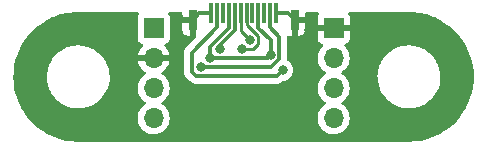
<source format=gbr>
%TF.GenerationSoftware,KiCad,Pcbnew,(6.0.0)*%
%TF.CreationDate,2022-09-18T22:54:42-04:00*%
%TF.ProjectId,SergioPico_USB,53657267-696f-4506-9963-6f5f5553422e,1*%
%TF.SameCoordinates,Original*%
%TF.FileFunction,Copper,L2,Bot*%
%TF.FilePolarity,Positive*%
%FSLAX46Y46*%
G04 Gerber Fmt 4.6, Leading zero omitted, Abs format (unit mm)*
G04 Created by KiCad (PCBNEW (6.0.0)) date 2022-09-18 22:54:42*
%MOMM*%
%LPD*%
G01*
G04 APERTURE LIST*
%TA.AperFunction,ComponentPad*%
%ADD10R,1.700000X1.700000*%
%TD*%
%TA.AperFunction,ComponentPad*%
%ADD11O,1.700000X1.700000*%
%TD*%
%TA.AperFunction,SMDPad,CuDef*%
%ADD12R,0.300000X1.700000*%
%TD*%
%TA.AperFunction,SMDPad,CuDef*%
%ADD13R,0.700000X1.700000*%
%TD*%
%TA.AperFunction,ViaPad*%
%ADD14C,0.800000*%
%TD*%
%TA.AperFunction,Conductor*%
%ADD15C,0.300000*%
%TD*%
%TA.AperFunction,Conductor*%
%ADD16C,0.261112*%
%TD*%
G04 APERTURE END LIST*
D10*
%TO.P,J3,1,Pin_1*%
%TO.N,GND*%
X134620000Y-107950000D03*
D11*
%TO.P,J3,2,Pin_2*%
%TO.N,+3V3*%
X134620000Y-110490000D03*
%TO.P,J3,3,Pin_3*%
%TO.N,VSYS*%
X134620000Y-113030000D03*
%TO.P,J3,4,Pin_4*%
%TO.N,VBUS*%
X134620000Y-115570000D03*
%TD*%
D12*
%TO.P,J1,B1,GND*%
%TO.N,GND*%
X124250000Y-106680000D03*
%TO.P,J1,B2,TX2+*%
%TO.N,+3V3*%
X124750000Y-106680000D03*
%TO.P,J1,B3,TX2-*%
%TO.N,unconnected-(J1-PadB3)*%
X125250000Y-106680000D03*
%TO.P,J1,B4,VBUS*%
%TO.N,VBUS*%
X125750000Y-106680000D03*
%TO.P,J1,B5,CC2*%
%TO.N,Net-(J1-PadB5)*%
X126250000Y-106680000D03*
%TO.P,J1,B6,D+*%
%TO.N,D+*%
X126750000Y-106680000D03*
%TO.P,J1,B7,D-*%
%TO.N,D-*%
X127250000Y-106680000D03*
%TO.P,J1,B8,SBU2*%
%TO.N,unconnected-(J1-PadB8)*%
X127750000Y-106680000D03*
%TO.P,J1,B9,VBUS*%
%TO.N,VBUS*%
X128250000Y-106680000D03*
%TO.P,J1,B10,RX1-*%
%TO.N,unconnected-(J1-PadB10)*%
X128750000Y-106680000D03*
%TO.P,J1,B11,RX1+*%
%TO.N,DATA*%
X129250000Y-106680000D03*
%TO.P,J1,B12,GND*%
%TO.N,GND*%
X129750000Y-106680000D03*
D13*
%TO.P,J1,S1,SHIELD*%
X122680000Y-107230000D03*
X131320000Y-107230000D03*
%TD*%
D10*
%TO.P,J2,1,Pin_1*%
%TO.N,DATA*%
X119380000Y-107950000D03*
D11*
%TO.P,J2,2,Pin_2*%
%TO.N,GND*%
X119380000Y-110490000D03*
%TO.P,J2,3,Pin_3*%
%TO.N,D-*%
X119380000Y-113030000D03*
%TO.P,J2,4,Pin_4*%
%TO.N,D+*%
X119380000Y-115570000D03*
%TD*%
D14*
%TO.N,+3V3*%
X130302000Y-111506000D03*
%TO.N,GND*%
X121500000Y-107080000D03*
X115000000Y-117080000D03*
X132500000Y-107080000D03*
X139000000Y-117080000D03*
X138000000Y-117080000D03*
X132500000Y-108080000D03*
X138000000Y-108080000D03*
X116000000Y-108080000D03*
X116000000Y-117080000D03*
X116000000Y-107080000D03*
X138000000Y-107080000D03*
%TO.N,VBUS*%
X129286000Y-110236000D03*
X124141999Y-110502500D03*
%TO.N,D+*%
X127508000Y-108966000D03*
%TO.N,D-*%
X126833014Y-109703156D03*
%TO.N,DATA*%
X123352593Y-111252011D03*
%TO.N,Net-(J1-PadB5)*%
X125000000Y-109740500D03*
%TD*%
D15*
%TO.N,+3V3*%
X129806489Y-112001511D02*
X130302000Y-111506000D01*
X124750000Y-106680000D02*
X124750000Y-107879022D01*
X122603093Y-111632002D02*
X122972602Y-112001511D01*
X122972602Y-112001511D02*
X129806489Y-112001511D01*
X124750000Y-107879022D02*
X122603093Y-110025929D01*
X122603093Y-110025929D02*
X122603093Y-111632002D01*
%TO.N,GND*%
X131320000Y-107230000D02*
X130770000Y-106680000D01*
X130770000Y-106680000D02*
X129750000Y-106680000D01*
X124250000Y-106680000D02*
X123230000Y-106680000D01*
X123230000Y-106680000D02*
X122680000Y-107230000D01*
%TO.N,VBUS*%
X125750000Y-107930000D02*
X125750000Y-106680000D01*
X124141999Y-109538001D02*
X125750000Y-107930000D01*
X129286000Y-110236000D02*
X129286000Y-108977602D01*
X124154499Y-110490000D02*
X129032000Y-110490000D01*
X124141999Y-110502500D02*
X124141999Y-109538001D01*
X128250000Y-107941602D02*
X128250000Y-106680000D01*
X124141999Y-110502500D02*
X124154499Y-110490000D01*
X129286000Y-108977602D02*
X128250000Y-107941602D01*
X129032000Y-110490000D02*
X129286000Y-110236000D01*
D16*
%TO.N,D+*%
X126767844Y-107972845D02*
X126767844Y-108188276D01*
X126767844Y-108188276D02*
X127508000Y-108928432D01*
X126750000Y-107955001D02*
X126767844Y-107972845D01*
X126750000Y-106680000D02*
X126750000Y-107955001D01*
X127508000Y-108928432D02*
X127508000Y-108966000D01*
%TO.N,D-*%
X127250000Y-106680000D02*
X127250000Y-107654062D01*
X127250000Y-107654062D02*
X128238067Y-108642129D01*
X128238067Y-109268405D02*
X127803316Y-109703156D01*
X127803316Y-109703156D02*
X126833014Y-109703156D01*
X128238067Y-108642129D02*
X128238067Y-109268405D01*
D15*
%TO.N,DATA*%
X129329970Y-111252000D02*
X130035511Y-110546459D01*
X129250000Y-107879022D02*
X129250000Y-106680000D01*
X130035511Y-108664533D02*
X129250000Y-107879022D01*
X123352593Y-111252011D02*
X123352604Y-111252000D01*
X130035511Y-110546459D02*
X130035511Y-108664533D01*
X123352604Y-111252000D02*
X129329970Y-111252000D01*
%TO.N,Net-(J1-PadB5)*%
X125000000Y-109740500D02*
X125000000Y-109398030D01*
X125000000Y-109398030D02*
X126250000Y-108148030D01*
X126250000Y-108148030D02*
X126250000Y-106680000D01*
%TD*%
%TA.AperFunction,Conductor*%
%TO.N,GND*%
G36*
X118094443Y-106608002D02*
G01*
X118140936Y-106661658D01*
X118151040Y-106731932D01*
X118127148Y-106789565D01*
X118079385Y-106853295D01*
X118028255Y-106989684D01*
X118021500Y-107051866D01*
X118021500Y-108848134D01*
X118028255Y-108910316D01*
X118079385Y-109046705D01*
X118166739Y-109163261D01*
X118283295Y-109250615D01*
X118291704Y-109253767D01*
X118291705Y-109253768D01*
X118400960Y-109294726D01*
X118457725Y-109337367D01*
X118482425Y-109403929D01*
X118467218Y-109473278D01*
X118447825Y-109499759D01*
X118324590Y-109628717D01*
X118318104Y-109636727D01*
X118198098Y-109812649D01*
X118193000Y-109821623D01*
X118103338Y-110014783D01*
X118099775Y-110024470D01*
X118044389Y-110224183D01*
X118045912Y-110232607D01*
X118058292Y-110236000D01*
X120698344Y-110236000D01*
X120711875Y-110232027D01*
X120713180Y-110222947D01*
X120671214Y-110055875D01*
X120667894Y-110046124D01*
X120582972Y-109850814D01*
X120578105Y-109841739D01*
X120462426Y-109662926D01*
X120456136Y-109654757D01*
X120312293Y-109496677D01*
X120281241Y-109432831D01*
X120289635Y-109362333D01*
X120334812Y-109307564D01*
X120361256Y-109293895D01*
X120468297Y-109253767D01*
X120476705Y-109250615D01*
X120593261Y-109163261D01*
X120680615Y-109046705D01*
X120731745Y-108910316D01*
X120738500Y-108848134D01*
X120738500Y-108124669D01*
X121822001Y-108124669D01*
X121822371Y-108131490D01*
X121827895Y-108182352D01*
X121831521Y-108197604D01*
X121876676Y-108318054D01*
X121885214Y-108333649D01*
X121961715Y-108435724D01*
X121974276Y-108448285D01*
X122076351Y-108524786D01*
X122091946Y-108533324D01*
X122212394Y-108578478D01*
X122227649Y-108582105D01*
X122278514Y-108587631D01*
X122285328Y-108588000D01*
X122407885Y-108588000D01*
X122423124Y-108583525D01*
X122424329Y-108582135D01*
X122426000Y-108574452D01*
X122426000Y-107502115D01*
X122421525Y-107486876D01*
X122420135Y-107485671D01*
X122412452Y-107484000D01*
X121840116Y-107484000D01*
X121824877Y-107488475D01*
X121823672Y-107489865D01*
X121822001Y-107497548D01*
X121822001Y-108124669D01*
X120738500Y-108124669D01*
X120738500Y-107051866D01*
X120731745Y-106989684D01*
X120680615Y-106853295D01*
X120632852Y-106789565D01*
X120608004Y-106723059D01*
X120623057Y-106653676D01*
X120673231Y-106603446D01*
X120733678Y-106588000D01*
X121696000Y-106588000D01*
X121764121Y-106608002D01*
X121810614Y-106661658D01*
X121822000Y-106714000D01*
X121822000Y-106957885D01*
X121826475Y-106973124D01*
X121827865Y-106974329D01*
X121835548Y-106976000D01*
X122808000Y-106976000D01*
X122876121Y-106996002D01*
X122922614Y-107049658D01*
X122934000Y-107102000D01*
X122934000Y-108569884D01*
X122941817Y-108596507D01*
X122967891Y-108637077D01*
X122967892Y-108708073D01*
X122936090Y-108761672D01*
X122195488Y-109502274D01*
X122186708Y-109510264D01*
X122186706Y-109510266D01*
X122180013Y-109514513D01*
X122174587Y-109520291D01*
X122174586Y-109520292D01*
X122131489Y-109566186D01*
X122128734Y-109569028D01*
X122108166Y-109589596D01*
X122105449Y-109593099D01*
X122097741Y-109602124D01*
X122066121Y-109635796D01*
X122062300Y-109642747D01*
X122062299Y-109642748D01*
X122055790Y-109654587D01*
X122044936Y-109671111D01*
X122037111Y-109681200D01*
X122031789Y-109688061D01*
X122028642Y-109695333D01*
X122028641Y-109695335D01*
X122013439Y-109730464D01*
X122008217Y-109741124D01*
X121985969Y-109781592D01*
X121980634Y-109802370D01*
X121974235Y-109821060D01*
X121965713Y-109840753D01*
X121964473Y-109848584D01*
X121958487Y-109886377D01*
X121956080Y-109898000D01*
X121948891Y-109926001D01*
X121944593Y-109942741D01*
X121944593Y-109964188D01*
X121943042Y-109983898D01*
X121939687Y-110005081D01*
X121943201Y-110042250D01*
X121944034Y-110051067D01*
X121944593Y-110062925D01*
X121944593Y-111549946D01*
X121944034Y-111561802D01*
X121942305Y-111569539D01*
X121942554Y-111577461D01*
X121944531Y-111640371D01*
X121944593Y-111644329D01*
X121944593Y-111673434D01*
X121945149Y-111677834D01*
X121946081Y-111689666D01*
X121947531Y-111735833D01*
X121952128Y-111751654D01*
X121953512Y-111756418D01*
X121957523Y-111775784D01*
X121960211Y-111797066D01*
X121963127Y-111804431D01*
X121963128Y-111804435D01*
X121977219Y-111840023D01*
X121981058Y-111851233D01*
X121993948Y-111895602D01*
X122004868Y-111914067D01*
X122013559Y-111931807D01*
X122021458Y-111951758D01*
X122048609Y-111989128D01*
X122055126Y-111999050D01*
X122074600Y-112031979D01*
X122074603Y-112031983D01*
X122078640Y-112038809D01*
X122093804Y-112053973D01*
X122106644Y-112069006D01*
X122119252Y-112086359D01*
X122154845Y-112115804D01*
X122163625Y-112123794D01*
X122448947Y-112409116D01*
X122456937Y-112417896D01*
X122461186Y-112424591D01*
X122466964Y-112430017D01*
X122466965Y-112430018D01*
X122512859Y-112473115D01*
X122515701Y-112475870D01*
X122536269Y-112496438D01*
X122539772Y-112499155D01*
X122548797Y-112506863D01*
X122582469Y-112538483D01*
X122589420Y-112542304D01*
X122589421Y-112542305D01*
X122601260Y-112548814D01*
X122617784Y-112559668D01*
X122627873Y-112567493D01*
X122634734Y-112572815D01*
X122642006Y-112575962D01*
X122642008Y-112575963D01*
X122677137Y-112591165D01*
X122687797Y-112596387D01*
X122717770Y-112612865D01*
X122728265Y-112618635D01*
X122749043Y-112623970D01*
X122767733Y-112630369D01*
X122787426Y-112638891D01*
X122822165Y-112644393D01*
X122833050Y-112646117D01*
X122844673Y-112648524D01*
X122869356Y-112654861D01*
X122889414Y-112660011D01*
X122910861Y-112660011D01*
X122930571Y-112661562D01*
X122951754Y-112664917D01*
X122997743Y-112660570D01*
X123009598Y-112660011D01*
X129724433Y-112660011D01*
X129736289Y-112660570D01*
X129736292Y-112660570D01*
X129744026Y-112662299D01*
X129814858Y-112660073D01*
X129818816Y-112660011D01*
X129847921Y-112660011D01*
X129852321Y-112659455D01*
X129864153Y-112658523D01*
X129910320Y-112657073D01*
X129930910Y-112651091D01*
X129950271Y-112647081D01*
X129957905Y-112646117D01*
X129963693Y-112645386D01*
X129963694Y-112645386D01*
X129971553Y-112644393D01*
X129978918Y-112641477D01*
X129978922Y-112641476D01*
X130014510Y-112627385D01*
X130025720Y-112623546D01*
X130070089Y-112610656D01*
X130088554Y-112599736D01*
X130106294Y-112591045D01*
X130126245Y-112583146D01*
X130163618Y-112555993D01*
X130173537Y-112549478D01*
X130206466Y-112530004D01*
X130206470Y-112530001D01*
X130213296Y-112525964D01*
X130228460Y-112510800D01*
X130243494Y-112497959D01*
X130260846Y-112485352D01*
X130265896Y-112479248D01*
X130265902Y-112479242D01*
X130281668Y-112460184D01*
X130340502Y-112420446D01*
X130378752Y-112414500D01*
X130397487Y-112414500D01*
X130403939Y-112413128D01*
X130403944Y-112413128D01*
X130509974Y-112390590D01*
X130584288Y-112374794D01*
X130634584Y-112352401D01*
X130752722Y-112299803D01*
X130752724Y-112299802D01*
X130758752Y-112297118D01*
X130913253Y-112184866D01*
X130928078Y-112168401D01*
X131036621Y-112047852D01*
X131036622Y-112047851D01*
X131041040Y-112042944D01*
X131128128Y-111892104D01*
X131133223Y-111883279D01*
X131133224Y-111883278D01*
X131136527Y-111877556D01*
X131195542Y-111695928D01*
X131196637Y-111685516D01*
X131214814Y-111512565D01*
X131215504Y-111506000D01*
X131203774Y-111394393D01*
X131196232Y-111322635D01*
X131196232Y-111322633D01*
X131195542Y-111316072D01*
X131136527Y-111134444D01*
X131121849Y-111109020D01*
X131099314Y-111069990D01*
X131041040Y-110969056D01*
X130913253Y-110827134D01*
X130758752Y-110714882D01*
X130756371Y-110713822D01*
X130708400Y-110663509D01*
X130694966Y-110593795D01*
X130695946Y-110586066D01*
X130697677Y-110575137D01*
X130697677Y-110575136D01*
X130698917Y-110567307D01*
X130694570Y-110521318D01*
X130694011Y-110509463D01*
X130694011Y-108746589D01*
X130694570Y-108734733D01*
X130694570Y-108734730D01*
X130696299Y-108726996D01*
X130695796Y-108710989D01*
X130695596Y-108704609D01*
X130713450Y-108635894D01*
X130765620Y-108587740D01*
X130835542Y-108575435D01*
X130850679Y-108578071D01*
X130867646Y-108582105D01*
X130918514Y-108587631D01*
X130925328Y-108588000D01*
X131047885Y-108588000D01*
X131063124Y-108583525D01*
X131064329Y-108582135D01*
X131066000Y-108574452D01*
X131066000Y-108569884D01*
X131574000Y-108569884D01*
X131578475Y-108585123D01*
X131579865Y-108586328D01*
X131587548Y-108587999D01*
X131714669Y-108587999D01*
X131721490Y-108587629D01*
X131772352Y-108582105D01*
X131787604Y-108578479D01*
X131908054Y-108533324D01*
X131923649Y-108524786D01*
X132025724Y-108448285D01*
X132038285Y-108435724D01*
X132114786Y-108333649D01*
X132123324Y-108318054D01*
X132168478Y-108197606D01*
X132172105Y-108182351D01*
X132177631Y-108131486D01*
X132178000Y-108124672D01*
X132178000Y-107502115D01*
X132173525Y-107486876D01*
X132172135Y-107485671D01*
X132164452Y-107484000D01*
X131592115Y-107484000D01*
X131576876Y-107488475D01*
X131575671Y-107489865D01*
X131574000Y-107497548D01*
X131574000Y-108569884D01*
X131066000Y-108569884D01*
X131066000Y-107102000D01*
X131086002Y-107033879D01*
X131139658Y-106987386D01*
X131192000Y-106976000D01*
X132159884Y-106976000D01*
X132175123Y-106971525D01*
X132176328Y-106970135D01*
X132177999Y-106962452D01*
X132177999Y-106714000D01*
X132198001Y-106645879D01*
X132251657Y-106599386D01*
X132303999Y-106588000D01*
X133266947Y-106588000D01*
X133335068Y-106608002D01*
X133381561Y-106661658D01*
X133391665Y-106731932D01*
X133367773Y-106789565D01*
X133325214Y-106846351D01*
X133316676Y-106861946D01*
X133271522Y-106982394D01*
X133267895Y-106997649D01*
X133262369Y-107048514D01*
X133262000Y-107055328D01*
X133262000Y-107677885D01*
X133266475Y-107693124D01*
X133267865Y-107694329D01*
X133275548Y-107696000D01*
X135959884Y-107696000D01*
X135975123Y-107691525D01*
X135976328Y-107690135D01*
X135977999Y-107682452D01*
X135977999Y-107055331D01*
X135977629Y-107048510D01*
X135972105Y-106997648D01*
X135968479Y-106982396D01*
X135923324Y-106861946D01*
X135914786Y-106846351D01*
X135872227Y-106789565D01*
X135847379Y-106723058D01*
X135862432Y-106653676D01*
X135912606Y-106603446D01*
X135973053Y-106588000D01*
X140950672Y-106588000D01*
X140970057Y-106589500D01*
X140984858Y-106591805D01*
X140984861Y-106591805D01*
X140993730Y-106593186D01*
X141014639Y-106590452D01*
X141036176Y-106589496D01*
X141225093Y-106597310D01*
X141448320Y-106606543D01*
X141458698Y-106607403D01*
X141734778Y-106641816D01*
X141898784Y-106662260D01*
X141909049Y-106663972D01*
X142024700Y-106688222D01*
X142343101Y-106754984D01*
X142353196Y-106757540D01*
X142460767Y-106789565D01*
X142778259Y-106884086D01*
X142788099Y-106887465D01*
X143201263Y-107048682D01*
X143210794Y-107052862D01*
X143215838Y-107055328D01*
X143609215Y-107247638D01*
X143618374Y-107252594D01*
X143999364Y-107479616D01*
X144008081Y-107485312D01*
X144369011Y-107743010D01*
X144377230Y-107749406D01*
X144715664Y-108036045D01*
X144723325Y-108043099D01*
X145036901Y-108356675D01*
X145043955Y-108364336D01*
X145330594Y-108702770D01*
X145336990Y-108710989D01*
X145594688Y-109071919D01*
X145600384Y-109080636D01*
X145736162Y-109308500D01*
X145806440Y-109426440D01*
X145827406Y-109461626D01*
X145832360Y-109470782D01*
X146018147Y-109850814D01*
X146027135Y-109869200D01*
X146031318Y-109878737D01*
X146192535Y-110291901D01*
X146195914Y-110301741D01*
X146250962Y-110486646D01*
X146322460Y-110726804D01*
X146325016Y-110736899D01*
X146416027Y-111170948D01*
X146417741Y-111181220D01*
X146472597Y-111621302D01*
X146473457Y-111631680D01*
X146480644Y-111805433D01*
X146491546Y-112069007D01*
X146491785Y-112074793D01*
X146491785Y-112085198D01*
X146487866Y-112179955D01*
X146473457Y-112528320D01*
X146472597Y-112538698D01*
X146417741Y-112978780D01*
X146416027Y-112989052D01*
X146325016Y-113423101D01*
X146322460Y-113433196D01*
X146294576Y-113526857D01*
X146201651Y-113838990D01*
X146195917Y-113858249D01*
X146192535Y-113868099D01*
X146031318Y-114281263D01*
X146027138Y-114290794D01*
X145845044Y-114663273D01*
X145832362Y-114689215D01*
X145827407Y-114698371D01*
X145805905Y-114734457D01*
X145600384Y-115079364D01*
X145594688Y-115088081D01*
X145336990Y-115449011D01*
X145330594Y-115457230D01*
X145043955Y-115795664D01*
X145036901Y-115803325D01*
X144723325Y-116116901D01*
X144715664Y-116123955D01*
X144377230Y-116410594D01*
X144369011Y-116416990D01*
X144008081Y-116674688D01*
X143999364Y-116680384D01*
X143730386Y-116840661D01*
X143625151Y-116903368D01*
X143618374Y-116907406D01*
X143609218Y-116912360D01*
X143210794Y-117107138D01*
X143201263Y-117111318D01*
X142788099Y-117272535D01*
X142778259Y-117275914D01*
X142559978Y-117340899D01*
X142353196Y-117402460D01*
X142343101Y-117405016D01*
X142024700Y-117471778D01*
X141909049Y-117496028D01*
X141898784Y-117497740D01*
X141734778Y-117518184D01*
X141458698Y-117552597D01*
X141448320Y-117553457D01*
X141043639Y-117570195D01*
X141019049Y-117568803D01*
X141015147Y-117568196D01*
X141015145Y-117568196D01*
X141006270Y-117566814D01*
X140997368Y-117567978D01*
X140997365Y-117567978D01*
X140974749Y-117570936D01*
X140958411Y-117572000D01*
X113049328Y-117572000D01*
X113029943Y-117570500D01*
X113015142Y-117568195D01*
X113015139Y-117568195D01*
X113006270Y-117566814D01*
X112985361Y-117569548D01*
X112963824Y-117570504D01*
X112774907Y-117562690D01*
X112551680Y-117553457D01*
X112541302Y-117552597D01*
X112265222Y-117518184D01*
X112101216Y-117497740D01*
X112090951Y-117496028D01*
X111975300Y-117471778D01*
X111656899Y-117405016D01*
X111646804Y-117402460D01*
X111440022Y-117340899D01*
X111221741Y-117275914D01*
X111211901Y-117272535D01*
X110798737Y-117111318D01*
X110789206Y-117107138D01*
X110390782Y-116912360D01*
X110381626Y-116907406D01*
X110374850Y-116903368D01*
X110269614Y-116840661D01*
X110000636Y-116680384D01*
X109991919Y-116674688D01*
X109630989Y-116416990D01*
X109622770Y-116410594D01*
X109284336Y-116123955D01*
X109276675Y-116116901D01*
X108963099Y-115803325D01*
X108956045Y-115795664D01*
X108736709Y-115536695D01*
X118017251Y-115536695D01*
X118017548Y-115541848D01*
X118017548Y-115541851D01*
X118023011Y-115636590D01*
X118030110Y-115759715D01*
X118031247Y-115764761D01*
X118031248Y-115764767D01*
X118039105Y-115799630D01*
X118079222Y-115977639D01*
X118163266Y-116184616D01*
X118279987Y-116375088D01*
X118426250Y-116543938D01*
X118598126Y-116686632D01*
X118791000Y-116799338D01*
X118999692Y-116879030D01*
X119004760Y-116880061D01*
X119004763Y-116880062D01*
X119112017Y-116901883D01*
X119218597Y-116923567D01*
X119223772Y-116923757D01*
X119223774Y-116923757D01*
X119436673Y-116931564D01*
X119436677Y-116931564D01*
X119441837Y-116931753D01*
X119446957Y-116931097D01*
X119446959Y-116931097D01*
X119658288Y-116904025D01*
X119658289Y-116904025D01*
X119663416Y-116903368D01*
X119668366Y-116901883D01*
X119872429Y-116840661D01*
X119872434Y-116840659D01*
X119877384Y-116839174D01*
X120077994Y-116740896D01*
X120259860Y-116611173D01*
X120418096Y-116453489D01*
X120477594Y-116370689D01*
X120545435Y-116276277D01*
X120548453Y-116272077D01*
X120647430Y-116071811D01*
X120712370Y-115858069D01*
X120741529Y-115636590D01*
X120743156Y-115570000D01*
X120740418Y-115536695D01*
X133257251Y-115536695D01*
X133257548Y-115541848D01*
X133257548Y-115541851D01*
X133263011Y-115636590D01*
X133270110Y-115759715D01*
X133271247Y-115764761D01*
X133271248Y-115764767D01*
X133279105Y-115799630D01*
X133319222Y-115977639D01*
X133403266Y-116184616D01*
X133519987Y-116375088D01*
X133666250Y-116543938D01*
X133838126Y-116686632D01*
X134031000Y-116799338D01*
X134239692Y-116879030D01*
X134244760Y-116880061D01*
X134244763Y-116880062D01*
X134352017Y-116901883D01*
X134458597Y-116923567D01*
X134463772Y-116923757D01*
X134463774Y-116923757D01*
X134676673Y-116931564D01*
X134676677Y-116931564D01*
X134681837Y-116931753D01*
X134686957Y-116931097D01*
X134686959Y-116931097D01*
X134898288Y-116904025D01*
X134898289Y-116904025D01*
X134903416Y-116903368D01*
X134908366Y-116901883D01*
X135112429Y-116840661D01*
X135112434Y-116840659D01*
X135117384Y-116839174D01*
X135317994Y-116740896D01*
X135499860Y-116611173D01*
X135658096Y-116453489D01*
X135717594Y-116370689D01*
X135785435Y-116276277D01*
X135788453Y-116272077D01*
X135887430Y-116071811D01*
X135952370Y-115858069D01*
X135981529Y-115636590D01*
X135983156Y-115570000D01*
X135964852Y-115347361D01*
X135910431Y-115130702D01*
X135821354Y-114925840D01*
X135700014Y-114738277D01*
X135549670Y-114573051D01*
X135545619Y-114569852D01*
X135545615Y-114569848D01*
X135378414Y-114437800D01*
X135378410Y-114437798D01*
X135374359Y-114434598D01*
X135333053Y-114411796D01*
X135283084Y-114361364D01*
X135268312Y-114291921D01*
X135293428Y-114225516D01*
X135320780Y-114198909D01*
X135364603Y-114167650D01*
X135499860Y-114071173D01*
X135658096Y-113913489D01*
X135670277Y-113896538D01*
X135785435Y-113736277D01*
X135788453Y-113732077D01*
X135829729Y-113648562D01*
X135885136Y-113536453D01*
X135885137Y-113536451D01*
X135887430Y-113531811D01*
X135952370Y-113318069D01*
X135981529Y-113096590D01*
X135981904Y-113081254D01*
X135983074Y-113033365D01*
X135983074Y-113033361D01*
X135983156Y-113030000D01*
X135964852Y-112807361D01*
X135910431Y-112590702D01*
X135821354Y-112385840D01*
X135700014Y-112198277D01*
X135634688Y-112126485D01*
X138336854Y-112126485D01*
X138337156Y-112130320D01*
X138360316Y-112424591D01*
X138362370Y-112450695D01*
X138427206Y-112769378D01*
X138530398Y-113077784D01*
X138532052Y-113081253D01*
X138532053Y-113081254D01*
X138587421Y-113197336D01*
X138670405Y-113371316D01*
X138672467Y-113374553D01*
X138672470Y-113374558D01*
X138709827Y-113433196D01*
X138845141Y-113645597D01*
X138847584Y-113648560D01*
X138847585Y-113648562D01*
X139028558Y-113868099D01*
X139052001Y-113896538D01*
X139287902Y-114120399D01*
X139549326Y-114313843D01*
X139633319Y-114361364D01*
X139829019Y-114472086D01*
X139829023Y-114472088D01*
X139832376Y-114473985D01*
X140132832Y-114598438D01*
X140236288Y-114627129D01*
X140442500Y-114684317D01*
X140442508Y-114684319D01*
X140446216Y-114685347D01*
X140767856Y-114733416D01*
X140771154Y-114733560D01*
X140882918Y-114738440D01*
X140882922Y-114738440D01*
X140884294Y-114738500D01*
X141082598Y-114738500D01*
X141324605Y-114723698D01*
X141328388Y-114722997D01*
X141328395Y-114722996D01*
X141485365Y-114693903D01*
X141644372Y-114664433D01*
X141853682Y-114598438D01*
X141950860Y-114567798D01*
X141950863Y-114567797D01*
X141954532Y-114566640D01*
X141958029Y-114565046D01*
X141958035Y-114565044D01*
X142246954Y-114433376D01*
X142246958Y-114433374D01*
X142250462Y-114431777D01*
X142253744Y-114429766D01*
X142524473Y-114263863D01*
X142524476Y-114263861D01*
X142527751Y-114261854D01*
X142530755Y-114259464D01*
X142530760Y-114259461D01*
X142655007Y-114160630D01*
X142782264Y-114059405D01*
X142784958Y-114056664D01*
X142784962Y-114056660D01*
X143007513Y-113830190D01*
X143007517Y-113830185D01*
X143010208Y-113827447D01*
X143208185Y-113569439D01*
X143373242Y-113289227D01*
X143502920Y-112990988D01*
X143595285Y-112679169D01*
X143648961Y-112358417D01*
X143663146Y-112033515D01*
X143646428Y-111821097D01*
X143637932Y-111713140D01*
X143637932Y-111713137D01*
X143637630Y-111709305D01*
X143572794Y-111390622D01*
X143469602Y-111082216D01*
X143329595Y-110788684D01*
X143319565Y-110772939D01*
X143203377Y-110590561D01*
X143154859Y-110514403D01*
X143131978Y-110486646D01*
X142950442Y-110266425D01*
X142950438Y-110266420D01*
X142947999Y-110263462D01*
X142712098Y-110039601D01*
X142450674Y-109846157D01*
X142255815Y-109735911D01*
X142170981Y-109687914D01*
X142170977Y-109687912D01*
X142167624Y-109686015D01*
X142091420Y-109654450D01*
X142037553Y-109632138D01*
X141867168Y-109561562D01*
X141697515Y-109514513D01*
X141557500Y-109475683D01*
X141557492Y-109475681D01*
X141553784Y-109474653D01*
X141232144Y-109426584D01*
X141228846Y-109426440D01*
X141117082Y-109421560D01*
X141117078Y-109421560D01*
X141115706Y-109421500D01*
X140917402Y-109421500D01*
X140675395Y-109436302D01*
X140671612Y-109437003D01*
X140671605Y-109437004D01*
X140538758Y-109461626D01*
X140355628Y-109495567D01*
X140181174Y-109550572D01*
X140049140Y-109592202D01*
X140049137Y-109592203D01*
X140045468Y-109593360D01*
X140041971Y-109594954D01*
X140041965Y-109594956D01*
X139753046Y-109726624D01*
X139753042Y-109726626D01*
X139749538Y-109728223D01*
X139746259Y-109730233D01*
X139746256Y-109730234D01*
X139503922Y-109878737D01*
X139472249Y-109898146D01*
X139469245Y-109900536D01*
X139469240Y-109900539D01*
X139364444Y-109983898D01*
X139217736Y-110100595D01*
X139215042Y-110103336D01*
X139215038Y-110103340D01*
X138992487Y-110329810D01*
X138992483Y-110329815D01*
X138989792Y-110332553D01*
X138791815Y-110590561D01*
X138739050Y-110680139D01*
X138654751Y-110823251D01*
X138626758Y-110870773D01*
X138497080Y-111169012D01*
X138495986Y-111172706D01*
X138495984Y-111172711D01*
X138461127Y-111290388D01*
X138404715Y-111480831D01*
X138351039Y-111801583D01*
X138336854Y-112126485D01*
X135634688Y-112126485D01*
X135549670Y-112033051D01*
X135545619Y-112029852D01*
X135545615Y-112029848D01*
X135378414Y-111897800D01*
X135378410Y-111897798D01*
X135374359Y-111894598D01*
X135333053Y-111871796D01*
X135283084Y-111821364D01*
X135268312Y-111751921D01*
X135293428Y-111685516D01*
X135320780Y-111658909D01*
X135373503Y-111621302D01*
X135499860Y-111531173D01*
X135658096Y-111373489D01*
X135717594Y-111290689D01*
X135785435Y-111196277D01*
X135788453Y-111192077D01*
X135796376Y-111176047D01*
X135885136Y-110996453D01*
X135885137Y-110996451D01*
X135887430Y-110991811D01*
X135952370Y-110778069D01*
X135981529Y-110556590D01*
X135982391Y-110521321D01*
X135983074Y-110493365D01*
X135983074Y-110493361D01*
X135983156Y-110490000D01*
X135964852Y-110267361D01*
X135910431Y-110050702D01*
X135821354Y-109845840D01*
X135753610Y-109741124D01*
X135702822Y-109662617D01*
X135702820Y-109662614D01*
X135700014Y-109658277D01*
X135696540Y-109654459D01*
X135696533Y-109654450D01*
X135552435Y-109496088D01*
X135521383Y-109432242D01*
X135529779Y-109361744D01*
X135574956Y-109306976D01*
X135601400Y-109293307D01*
X135708052Y-109253325D01*
X135723649Y-109244786D01*
X135825724Y-109168285D01*
X135838285Y-109155724D01*
X135914786Y-109053649D01*
X135923324Y-109038054D01*
X135968478Y-108917606D01*
X135972105Y-108902351D01*
X135977631Y-108851486D01*
X135978000Y-108844672D01*
X135978000Y-108222115D01*
X135973525Y-108206876D01*
X135972135Y-108205671D01*
X135964452Y-108204000D01*
X133280116Y-108204000D01*
X133264877Y-108208475D01*
X133263672Y-108209865D01*
X133262001Y-108217548D01*
X133262001Y-108844669D01*
X133262371Y-108851490D01*
X133267895Y-108902352D01*
X133271521Y-108917604D01*
X133316676Y-109038054D01*
X133325214Y-109053649D01*
X133401715Y-109155724D01*
X133414276Y-109168285D01*
X133516351Y-109244786D01*
X133531946Y-109253324D01*
X133640827Y-109294142D01*
X133697591Y-109336784D01*
X133722291Y-109403345D01*
X133707083Y-109472694D01*
X133687691Y-109499175D01*
X133597686Y-109593360D01*
X133560629Y-109632138D01*
X133557715Y-109636410D01*
X133557714Y-109636411D01*
X133553391Y-109642748D01*
X133434743Y-109816680D01*
X133396996Y-109898000D01*
X133343628Y-110012972D01*
X133340688Y-110019305D01*
X133280989Y-110234570D01*
X133257251Y-110456695D01*
X133257548Y-110461848D01*
X133257548Y-110461851D01*
X133265156Y-110593795D01*
X133270110Y-110679715D01*
X133271247Y-110684761D01*
X133271248Y-110684767D01*
X133282997Y-110736899D01*
X133319222Y-110897639D01*
X133403266Y-111104616D01*
X133519987Y-111295088D01*
X133666250Y-111463938D01*
X133838126Y-111606632D01*
X133863231Y-111621302D01*
X133911445Y-111649476D01*
X133960169Y-111701114D01*
X133973240Y-111770897D01*
X133946509Y-111836669D01*
X133906055Y-111870027D01*
X133893607Y-111876507D01*
X133889474Y-111879610D01*
X133889471Y-111879612D01*
X133719100Y-112007530D01*
X133714965Y-112010635D01*
X133560629Y-112172138D01*
X133557715Y-112176410D01*
X133557714Y-112176411D01*
X133549298Y-112188749D01*
X133434743Y-112356680D01*
X133419003Y-112390590D01*
X133345250Y-112549478D01*
X133340688Y-112559305D01*
X133280989Y-112774570D01*
X133257251Y-112996695D01*
X133257548Y-113001848D01*
X133257548Y-113001851D01*
X133263011Y-113096590D01*
X133270110Y-113219715D01*
X133271247Y-113224761D01*
X133271248Y-113224767D01*
X133284981Y-113285701D01*
X133319222Y-113437639D01*
X133403266Y-113644616D01*
X133405965Y-113649020D01*
X133516986Y-113830190D01*
X133519987Y-113835088D01*
X133666250Y-114003938D01*
X133838126Y-114146632D01*
X133908595Y-114187811D01*
X133911445Y-114189476D01*
X133960169Y-114241114D01*
X133973240Y-114310897D01*
X133946509Y-114376669D01*
X133906055Y-114410027D01*
X133893607Y-114416507D01*
X133889474Y-114419610D01*
X133889471Y-114419612D01*
X133719100Y-114547530D01*
X133714965Y-114550635D01*
X133699670Y-114566640D01*
X133607326Y-114663273D01*
X133560629Y-114712138D01*
X133557715Y-114716410D01*
X133557714Y-114716411D01*
X133472556Y-114841249D01*
X133434743Y-114896680D01*
X133340688Y-115099305D01*
X133280989Y-115314570D01*
X133257251Y-115536695D01*
X120740418Y-115536695D01*
X120724852Y-115347361D01*
X120670431Y-115130702D01*
X120581354Y-114925840D01*
X120460014Y-114738277D01*
X120309670Y-114573051D01*
X120305619Y-114569852D01*
X120305615Y-114569848D01*
X120138414Y-114437800D01*
X120138410Y-114437798D01*
X120134359Y-114434598D01*
X120093053Y-114411796D01*
X120043084Y-114361364D01*
X120028312Y-114291921D01*
X120053428Y-114225516D01*
X120080780Y-114198909D01*
X120124603Y-114167650D01*
X120259860Y-114071173D01*
X120418096Y-113913489D01*
X120430277Y-113896538D01*
X120545435Y-113736277D01*
X120548453Y-113732077D01*
X120589729Y-113648562D01*
X120645136Y-113536453D01*
X120645137Y-113536451D01*
X120647430Y-113531811D01*
X120712370Y-113318069D01*
X120741529Y-113096590D01*
X120741904Y-113081254D01*
X120743074Y-113033365D01*
X120743074Y-113033361D01*
X120743156Y-113030000D01*
X120724852Y-112807361D01*
X120670431Y-112590702D01*
X120581354Y-112385840D01*
X120460014Y-112198277D01*
X120309670Y-112033051D01*
X120305619Y-112029852D01*
X120305615Y-112029848D01*
X120138414Y-111897800D01*
X120138410Y-111897798D01*
X120134359Y-111894598D01*
X120122400Y-111887996D01*
X120097259Y-111874118D01*
X120092569Y-111871529D01*
X120042598Y-111821097D01*
X120027826Y-111751654D01*
X120052942Y-111685248D01*
X120080294Y-111658641D01*
X120255328Y-111533792D01*
X120263200Y-111527139D01*
X120414052Y-111376812D01*
X120420730Y-111368965D01*
X120545003Y-111196020D01*
X120550313Y-111187183D01*
X120644670Y-110996267D01*
X120648469Y-110986672D01*
X120710377Y-110782910D01*
X120712555Y-110772837D01*
X120713986Y-110761962D01*
X120711775Y-110747778D01*
X120698617Y-110744000D01*
X118063225Y-110744000D01*
X118049694Y-110747973D01*
X118048257Y-110757966D01*
X118078565Y-110892446D01*
X118081645Y-110902275D01*
X118161770Y-111099603D01*
X118166413Y-111108794D01*
X118277694Y-111290388D01*
X118283777Y-111298699D01*
X118423213Y-111459667D01*
X118430580Y-111466883D01*
X118594434Y-111602916D01*
X118602881Y-111608831D01*
X118671969Y-111649203D01*
X118720693Y-111700842D01*
X118733764Y-111770625D01*
X118707033Y-111836396D01*
X118666584Y-111869752D01*
X118653607Y-111876507D01*
X118649474Y-111879610D01*
X118649471Y-111879612D01*
X118479100Y-112007530D01*
X118474965Y-112010635D01*
X118320629Y-112172138D01*
X118317715Y-112176410D01*
X118317714Y-112176411D01*
X118309298Y-112188749D01*
X118194743Y-112356680D01*
X118179003Y-112390590D01*
X118105250Y-112549478D01*
X118100688Y-112559305D01*
X118040989Y-112774570D01*
X118017251Y-112996695D01*
X118017548Y-113001848D01*
X118017548Y-113001851D01*
X118023011Y-113096590D01*
X118030110Y-113219715D01*
X118031247Y-113224761D01*
X118031248Y-113224767D01*
X118044981Y-113285701D01*
X118079222Y-113437639D01*
X118163266Y-113644616D01*
X118165965Y-113649020D01*
X118276986Y-113830190D01*
X118279987Y-113835088D01*
X118426250Y-114003938D01*
X118598126Y-114146632D01*
X118668595Y-114187811D01*
X118671445Y-114189476D01*
X118720169Y-114241114D01*
X118733240Y-114310897D01*
X118706509Y-114376669D01*
X118666055Y-114410027D01*
X118653607Y-114416507D01*
X118649474Y-114419610D01*
X118649471Y-114419612D01*
X118479100Y-114547530D01*
X118474965Y-114550635D01*
X118459670Y-114566640D01*
X118367326Y-114663273D01*
X118320629Y-114712138D01*
X118317715Y-114716410D01*
X118317714Y-114716411D01*
X118232556Y-114841249D01*
X118194743Y-114896680D01*
X118100688Y-115099305D01*
X118040989Y-115314570D01*
X118017251Y-115536695D01*
X108736709Y-115536695D01*
X108669406Y-115457230D01*
X108663010Y-115449011D01*
X108405312Y-115088081D01*
X108399616Y-115079364D01*
X108194095Y-114734457D01*
X108172593Y-114698371D01*
X108167638Y-114689215D01*
X108154956Y-114663273D01*
X107972862Y-114290794D01*
X107968682Y-114281263D01*
X107807465Y-113868099D01*
X107804083Y-113858249D01*
X107798350Y-113838990D01*
X107705424Y-113526857D01*
X107677540Y-113433196D01*
X107674984Y-113423101D01*
X107583973Y-112989052D01*
X107582259Y-112978780D01*
X107527403Y-112538698D01*
X107526543Y-112528320D01*
X107512134Y-112179955D01*
X107509923Y-112126485D01*
X110336854Y-112126485D01*
X110337156Y-112130320D01*
X110360316Y-112424591D01*
X110362370Y-112450695D01*
X110427206Y-112769378D01*
X110530398Y-113077784D01*
X110532052Y-113081253D01*
X110532053Y-113081254D01*
X110587421Y-113197336D01*
X110670405Y-113371316D01*
X110672467Y-113374553D01*
X110672470Y-113374558D01*
X110709827Y-113433196D01*
X110845141Y-113645597D01*
X110847584Y-113648560D01*
X110847585Y-113648562D01*
X111028558Y-113868099D01*
X111052001Y-113896538D01*
X111287902Y-114120399D01*
X111549326Y-114313843D01*
X111633319Y-114361364D01*
X111829019Y-114472086D01*
X111829023Y-114472088D01*
X111832376Y-114473985D01*
X112132832Y-114598438D01*
X112236288Y-114627129D01*
X112442500Y-114684317D01*
X112442508Y-114684319D01*
X112446216Y-114685347D01*
X112767856Y-114733416D01*
X112771154Y-114733560D01*
X112882918Y-114738440D01*
X112882922Y-114738440D01*
X112884294Y-114738500D01*
X113082598Y-114738500D01*
X113324605Y-114723698D01*
X113328388Y-114722997D01*
X113328395Y-114722996D01*
X113485365Y-114693903D01*
X113644372Y-114664433D01*
X113853682Y-114598438D01*
X113950860Y-114567798D01*
X113950863Y-114567797D01*
X113954532Y-114566640D01*
X113958029Y-114565046D01*
X113958035Y-114565044D01*
X114246954Y-114433376D01*
X114246958Y-114433374D01*
X114250462Y-114431777D01*
X114253744Y-114429766D01*
X114524473Y-114263863D01*
X114524476Y-114263861D01*
X114527751Y-114261854D01*
X114530755Y-114259464D01*
X114530760Y-114259461D01*
X114655007Y-114160630D01*
X114782264Y-114059405D01*
X114784958Y-114056664D01*
X114784962Y-114056660D01*
X115007513Y-113830190D01*
X115007517Y-113830185D01*
X115010208Y-113827447D01*
X115208185Y-113569439D01*
X115373242Y-113289227D01*
X115502920Y-112990988D01*
X115595285Y-112679169D01*
X115648961Y-112358417D01*
X115663146Y-112033515D01*
X115646428Y-111821097D01*
X115637932Y-111713140D01*
X115637932Y-111713137D01*
X115637630Y-111709305D01*
X115572794Y-111390622D01*
X115469602Y-111082216D01*
X115329595Y-110788684D01*
X115319565Y-110772939D01*
X115203377Y-110590561D01*
X115154859Y-110514403D01*
X115131978Y-110486646D01*
X114950442Y-110266425D01*
X114950438Y-110266420D01*
X114947999Y-110263462D01*
X114712098Y-110039601D01*
X114450674Y-109846157D01*
X114255815Y-109735911D01*
X114170981Y-109687914D01*
X114170977Y-109687912D01*
X114167624Y-109686015D01*
X114091420Y-109654450D01*
X114037553Y-109632138D01*
X113867168Y-109561562D01*
X113697515Y-109514513D01*
X113557500Y-109475683D01*
X113557492Y-109475681D01*
X113553784Y-109474653D01*
X113232144Y-109426584D01*
X113228846Y-109426440D01*
X113117082Y-109421560D01*
X113117078Y-109421560D01*
X113115706Y-109421500D01*
X112917402Y-109421500D01*
X112675395Y-109436302D01*
X112671612Y-109437003D01*
X112671605Y-109437004D01*
X112538758Y-109461626D01*
X112355628Y-109495567D01*
X112181174Y-109550572D01*
X112049140Y-109592202D01*
X112049137Y-109592203D01*
X112045468Y-109593360D01*
X112041971Y-109594954D01*
X112041965Y-109594956D01*
X111753046Y-109726624D01*
X111753042Y-109726626D01*
X111749538Y-109728223D01*
X111746259Y-109730233D01*
X111746256Y-109730234D01*
X111503922Y-109878737D01*
X111472249Y-109898146D01*
X111469245Y-109900536D01*
X111469240Y-109900539D01*
X111364444Y-109983898D01*
X111217736Y-110100595D01*
X111215042Y-110103336D01*
X111215038Y-110103340D01*
X110992487Y-110329810D01*
X110992483Y-110329815D01*
X110989792Y-110332553D01*
X110791815Y-110590561D01*
X110739050Y-110680139D01*
X110654751Y-110823251D01*
X110626758Y-110870773D01*
X110497080Y-111169012D01*
X110495986Y-111172706D01*
X110495984Y-111172711D01*
X110461127Y-111290388D01*
X110404715Y-111480831D01*
X110351039Y-111801583D01*
X110336854Y-112126485D01*
X107509923Y-112126485D01*
X107508215Y-112085198D01*
X107508215Y-112074793D01*
X107508455Y-112069007D01*
X107519356Y-111805433D01*
X107526543Y-111631680D01*
X107527403Y-111621302D01*
X107582259Y-111181220D01*
X107583973Y-111170948D01*
X107674984Y-110736899D01*
X107677540Y-110726804D01*
X107749038Y-110486646D01*
X107804086Y-110301741D01*
X107807465Y-110291901D01*
X107968682Y-109878737D01*
X107972865Y-109869200D01*
X107981854Y-109850814D01*
X108167640Y-109470782D01*
X108172594Y-109461626D01*
X108193561Y-109426440D01*
X108263838Y-109308500D01*
X108399616Y-109080636D01*
X108405312Y-109071919D01*
X108663010Y-108710989D01*
X108669406Y-108702770D01*
X108956045Y-108364336D01*
X108963099Y-108356675D01*
X109276675Y-108043099D01*
X109284336Y-108036045D01*
X109622770Y-107749406D01*
X109630989Y-107743010D01*
X109991919Y-107485312D01*
X110000636Y-107479616D01*
X110381626Y-107252594D01*
X110390785Y-107247638D01*
X110784162Y-107055328D01*
X110789206Y-107052862D01*
X110798737Y-107048682D01*
X111211901Y-106887465D01*
X111221741Y-106884086D01*
X111539233Y-106789565D01*
X111646804Y-106757540D01*
X111656899Y-106754984D01*
X111975300Y-106688222D01*
X112090951Y-106663972D01*
X112101216Y-106662260D01*
X112265222Y-106641816D01*
X112541302Y-106607403D01*
X112551680Y-106606543D01*
X112956361Y-106589805D01*
X112980951Y-106591197D01*
X112984853Y-106591804D01*
X112984855Y-106591804D01*
X112993730Y-106593186D01*
X113002632Y-106592022D01*
X113002635Y-106592022D01*
X113025251Y-106589064D01*
X113041589Y-106588000D01*
X118026322Y-106588000D01*
X118094443Y-106608002D01*
G37*
%TD.AperFunction*%
%TD*%
M02*

</source>
